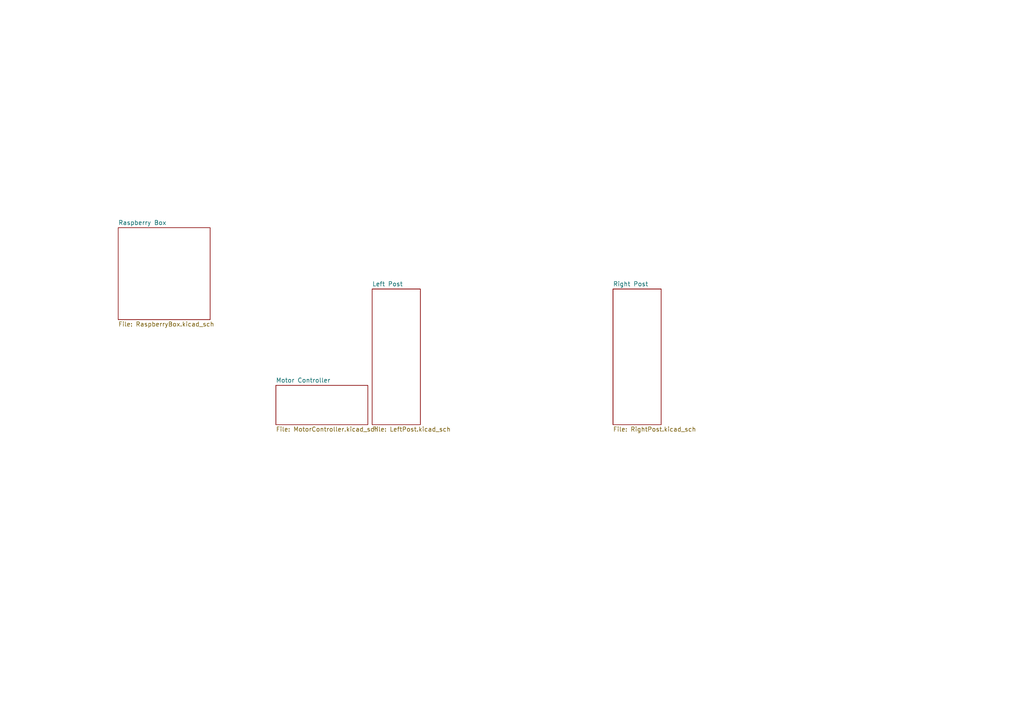
<source format=kicad_sch>
(kicad_sch (version 20211123) (generator eeschema)
  (paper "A4")
  (title_block (title "Gate Control Unit Board") (date "April 2021") (rev "2022.1.2") (company "Donie Kelly"))
  (lib_symbols)
  (no_connect (at -1.27 -6.35))
  (sheet (at 177.8 83.82) (size 13.97 39.37)
    (property "Sheet name" "Right Post" (at 177.8 83.1084 0) (effects (justify left bottom)))
    (property "Sheet file" "RightPost.kicad_sch" (at 177.8 123.7746 0) (effects (justify left top)))
  )
  (sheet (at 107.95 83.82) (size 13.97 39.37)
    (property "Sheet name" "Left Post" (at 107.95 83.1084 0) (effects (justify left bottom)))
    (property "Sheet file" "LeftPost.kicad_sch" (at 107.95 123.7746 0) (effects (justify left top)))
  )
  (sheet (at 34.29 66.04) (size 26.67 26.67)
    (property "Sheet name" "Raspberry Box" (at 34.29 65.3284 0) (effects (justify left bottom)))
    (property "Sheet file" "RaspberryBox.kicad_sch" (at 34.29 93.2946 0) (effects (justify left top)))
  )
  (sheet (at 80.01 111.76) (size 26.67 11.43)
    (property "Sheet name" "Motor Controller" (at 80.01 111.0484 0) (effects (justify left bottom)))
    (property "Sheet file" "MotorController.kicad_sch" (at 80.01 123.7746 0) (effects (justify left top)))
  )
)
</source>
